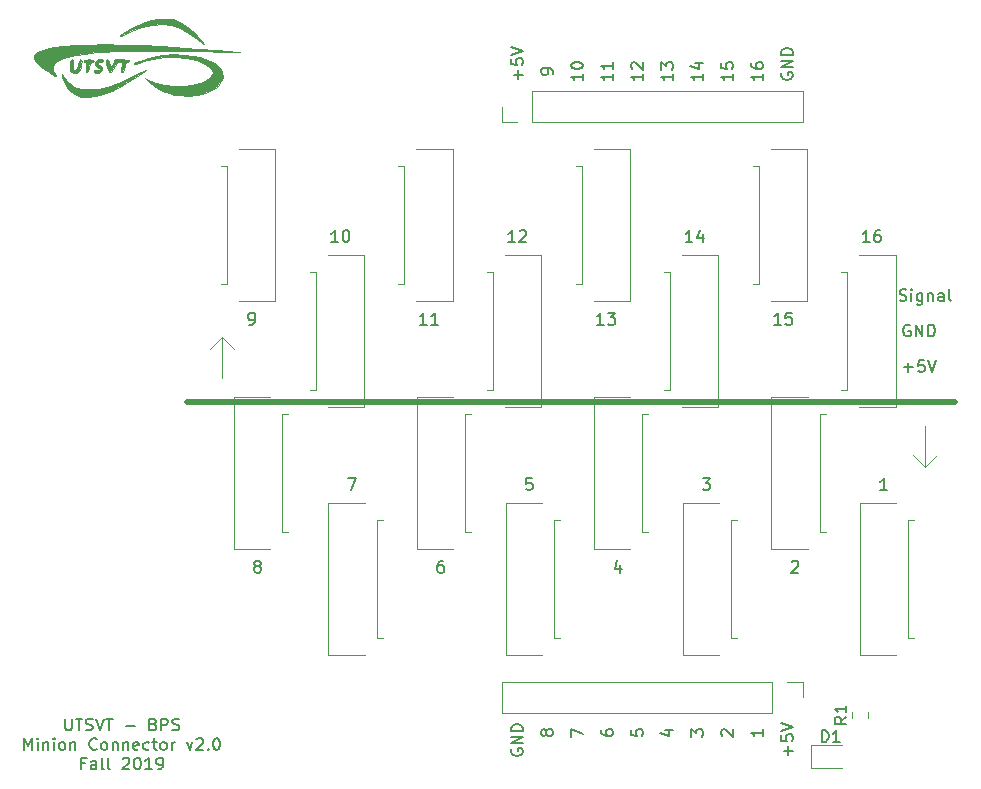
<source format=gbr>
G04 #@! TF.GenerationSoftware,KiCad,Pcbnew,(5.1.4)-1*
G04 #@! TF.CreationDate,2019-10-26T20:51:08-05:00*
G04 #@! TF.ProjectId,BPSMinionConnector,4250534d-696e-4696-9f6e-436f6e6e6563,rev?*
G04 #@! TF.SameCoordinates,Original*
G04 #@! TF.FileFunction,Legend,Top*
G04 #@! TF.FilePolarity,Positive*
%FSLAX46Y46*%
G04 Gerber Fmt 4.6, Leading zero omitted, Abs format (unit mm)*
G04 Created by KiCad (PCBNEW (5.1.4)-1) date 2019-10-26 20:51:08*
%MOMM*%
%LPD*%
G04 APERTURE LIST*
%ADD10C,0.150000*%
%ADD11C,0.120000*%
%ADD12C,0.500000*%
%ADD13C,0.010000*%
G04 APERTURE END LIST*
D10*
X180357142Y-94404761D02*
X180500000Y-94452380D01*
X180738095Y-94452380D01*
X180833333Y-94404761D01*
X180880952Y-94357142D01*
X180928571Y-94261904D01*
X180928571Y-94166666D01*
X180880952Y-94071428D01*
X180833333Y-94023809D01*
X180738095Y-93976190D01*
X180547619Y-93928571D01*
X180452380Y-93880952D01*
X180404761Y-93833333D01*
X180357142Y-93738095D01*
X180357142Y-93642857D01*
X180404761Y-93547619D01*
X180452380Y-93500000D01*
X180547619Y-93452380D01*
X180785714Y-93452380D01*
X180928571Y-93500000D01*
X181357142Y-94452380D02*
X181357142Y-93785714D01*
X181357142Y-93452380D02*
X181309523Y-93500000D01*
X181357142Y-93547619D01*
X181404761Y-93500000D01*
X181357142Y-93452380D01*
X181357142Y-93547619D01*
X182261904Y-93785714D02*
X182261904Y-94595238D01*
X182214285Y-94690476D01*
X182166666Y-94738095D01*
X182071428Y-94785714D01*
X181928571Y-94785714D01*
X181833333Y-94738095D01*
X182261904Y-94404761D02*
X182166666Y-94452380D01*
X181976190Y-94452380D01*
X181880952Y-94404761D01*
X181833333Y-94357142D01*
X181785714Y-94261904D01*
X181785714Y-93976190D01*
X181833333Y-93880952D01*
X181880952Y-93833333D01*
X181976190Y-93785714D01*
X182166666Y-93785714D01*
X182261904Y-93833333D01*
X182738095Y-93785714D02*
X182738095Y-94452380D01*
X182738095Y-93880952D02*
X182785714Y-93833333D01*
X182880952Y-93785714D01*
X183023809Y-93785714D01*
X183119047Y-93833333D01*
X183166666Y-93928571D01*
X183166666Y-94452380D01*
X184071428Y-94452380D02*
X184071428Y-93928571D01*
X184023809Y-93833333D01*
X183928571Y-93785714D01*
X183738095Y-93785714D01*
X183642857Y-93833333D01*
X184071428Y-94404761D02*
X183976190Y-94452380D01*
X183738095Y-94452380D01*
X183642857Y-94404761D01*
X183595238Y-94309523D01*
X183595238Y-94214285D01*
X183642857Y-94119047D01*
X183738095Y-94071428D01*
X183976190Y-94071428D01*
X184071428Y-94023809D01*
X184690476Y-94452380D02*
X184595238Y-94404761D01*
X184547619Y-94309523D01*
X184547619Y-93452380D01*
X181238095Y-96500000D02*
X181142857Y-96452380D01*
X181000000Y-96452380D01*
X180857142Y-96500000D01*
X180761904Y-96595238D01*
X180714285Y-96690476D01*
X180666666Y-96880952D01*
X180666666Y-97023809D01*
X180714285Y-97214285D01*
X180761904Y-97309523D01*
X180857142Y-97404761D01*
X181000000Y-97452380D01*
X181095238Y-97452380D01*
X181238095Y-97404761D01*
X181285714Y-97357142D01*
X181285714Y-97023809D01*
X181095238Y-97023809D01*
X181714285Y-97452380D02*
X181714285Y-96452380D01*
X182285714Y-97452380D01*
X182285714Y-96452380D01*
X182761904Y-97452380D02*
X182761904Y-96452380D01*
X183000000Y-96452380D01*
X183142857Y-96500000D01*
X183238095Y-96595238D01*
X183285714Y-96690476D01*
X183333333Y-96880952D01*
X183333333Y-97023809D01*
X183285714Y-97214285D01*
X183238095Y-97309523D01*
X183142857Y-97404761D01*
X183000000Y-97452380D01*
X182761904Y-97452380D01*
X180714285Y-100071428D02*
X181476190Y-100071428D01*
X181095238Y-100452380D02*
X181095238Y-99690476D01*
X182428571Y-99452380D02*
X181952380Y-99452380D01*
X181904761Y-99928571D01*
X181952380Y-99880952D01*
X182047619Y-99833333D01*
X182285714Y-99833333D01*
X182380952Y-99880952D01*
X182428571Y-99928571D01*
X182476190Y-100023809D01*
X182476190Y-100261904D01*
X182428571Y-100357142D01*
X182380952Y-100404761D01*
X182285714Y-100452380D01*
X182047619Y-100452380D01*
X181952380Y-100404761D01*
X181904761Y-100357142D01*
X182761904Y-99452380D02*
X183095238Y-100452380D01*
X183428571Y-99452380D01*
X125904761Y-116880952D02*
X125809523Y-116833333D01*
X125761904Y-116785714D01*
X125714285Y-116690476D01*
X125714285Y-116642857D01*
X125761904Y-116547619D01*
X125809523Y-116500000D01*
X125904761Y-116452380D01*
X126095238Y-116452380D01*
X126190476Y-116500000D01*
X126238095Y-116547619D01*
X126285714Y-116642857D01*
X126285714Y-116690476D01*
X126238095Y-116785714D01*
X126190476Y-116833333D01*
X126095238Y-116880952D01*
X125904761Y-116880952D01*
X125809523Y-116928571D01*
X125761904Y-116976190D01*
X125714285Y-117071428D01*
X125714285Y-117261904D01*
X125761904Y-117357142D01*
X125809523Y-117404761D01*
X125904761Y-117452380D01*
X126095238Y-117452380D01*
X126190476Y-117404761D01*
X126238095Y-117357142D01*
X126285714Y-117261904D01*
X126285714Y-117071428D01*
X126238095Y-116976190D01*
X126190476Y-116928571D01*
X126095238Y-116880952D01*
X133666666Y-109452380D02*
X134333333Y-109452380D01*
X133904761Y-110452380D01*
X141690476Y-116452380D02*
X141500000Y-116452380D01*
X141404761Y-116500000D01*
X141357142Y-116547619D01*
X141261904Y-116690476D01*
X141214285Y-116880952D01*
X141214285Y-117261904D01*
X141261904Y-117357142D01*
X141309523Y-117404761D01*
X141404761Y-117452380D01*
X141595238Y-117452380D01*
X141690476Y-117404761D01*
X141738095Y-117357142D01*
X141785714Y-117261904D01*
X141785714Y-117023809D01*
X141738095Y-116928571D01*
X141690476Y-116880952D01*
X141595238Y-116833333D01*
X141404761Y-116833333D01*
X141309523Y-116880952D01*
X141261904Y-116928571D01*
X141214285Y-117023809D01*
X149238095Y-109452380D02*
X148761904Y-109452380D01*
X148714285Y-109928571D01*
X148761904Y-109880952D01*
X148857142Y-109833333D01*
X149095238Y-109833333D01*
X149190476Y-109880952D01*
X149238095Y-109928571D01*
X149285714Y-110023809D01*
X149285714Y-110261904D01*
X149238095Y-110357142D01*
X149190476Y-110404761D01*
X149095238Y-110452380D01*
X148857142Y-110452380D01*
X148761904Y-110404761D01*
X148714285Y-110357142D01*
X156690476Y-116785714D02*
X156690476Y-117452380D01*
X156452380Y-116404761D02*
X156214285Y-117119047D01*
X156833333Y-117119047D01*
X163666666Y-109452380D02*
X164285714Y-109452380D01*
X163952380Y-109833333D01*
X164095238Y-109833333D01*
X164190476Y-109880952D01*
X164238095Y-109928571D01*
X164285714Y-110023809D01*
X164285714Y-110261904D01*
X164238095Y-110357142D01*
X164190476Y-110404761D01*
X164095238Y-110452380D01*
X163809523Y-110452380D01*
X163714285Y-110404761D01*
X163666666Y-110357142D01*
X171214285Y-116547619D02*
X171261904Y-116500000D01*
X171357142Y-116452380D01*
X171595238Y-116452380D01*
X171690476Y-116500000D01*
X171738095Y-116547619D01*
X171785714Y-116642857D01*
X171785714Y-116738095D01*
X171738095Y-116880952D01*
X171166666Y-117452380D01*
X171785714Y-117452380D01*
X179285714Y-110452380D02*
X178714285Y-110452380D01*
X179000000Y-110452380D02*
X179000000Y-109452380D01*
X178904761Y-109595238D01*
X178809523Y-109690476D01*
X178714285Y-109738095D01*
X177809523Y-89452380D02*
X177238095Y-89452380D01*
X177523809Y-89452380D02*
X177523809Y-88452380D01*
X177428571Y-88595238D01*
X177333333Y-88690476D01*
X177238095Y-88738095D01*
X178666666Y-88452380D02*
X178476190Y-88452380D01*
X178380952Y-88500000D01*
X178333333Y-88547619D01*
X178238095Y-88690476D01*
X178190476Y-88880952D01*
X178190476Y-89261904D01*
X178238095Y-89357142D01*
X178285714Y-89404761D01*
X178380952Y-89452380D01*
X178571428Y-89452380D01*
X178666666Y-89404761D01*
X178714285Y-89357142D01*
X178761904Y-89261904D01*
X178761904Y-89023809D01*
X178714285Y-88928571D01*
X178666666Y-88880952D01*
X178571428Y-88833333D01*
X178380952Y-88833333D01*
X178285714Y-88880952D01*
X178238095Y-88928571D01*
X178190476Y-89023809D01*
X170309523Y-96452380D02*
X169738095Y-96452380D01*
X170023809Y-96452380D02*
X170023809Y-95452380D01*
X169928571Y-95595238D01*
X169833333Y-95690476D01*
X169738095Y-95738095D01*
X171214285Y-95452380D02*
X170738095Y-95452380D01*
X170690476Y-95928571D01*
X170738095Y-95880952D01*
X170833333Y-95833333D01*
X171071428Y-95833333D01*
X171166666Y-95880952D01*
X171214285Y-95928571D01*
X171261904Y-96023809D01*
X171261904Y-96261904D01*
X171214285Y-96357142D01*
X171166666Y-96404761D01*
X171071428Y-96452380D01*
X170833333Y-96452380D01*
X170738095Y-96404761D01*
X170690476Y-96357142D01*
X162809523Y-89452380D02*
X162238095Y-89452380D01*
X162523809Y-89452380D02*
X162523809Y-88452380D01*
X162428571Y-88595238D01*
X162333333Y-88690476D01*
X162238095Y-88738095D01*
X163666666Y-88785714D02*
X163666666Y-89452380D01*
X163428571Y-88404761D02*
X163190476Y-89119047D01*
X163809523Y-89119047D01*
X155309523Y-96452380D02*
X154738095Y-96452380D01*
X155023809Y-96452380D02*
X155023809Y-95452380D01*
X154928571Y-95595238D01*
X154833333Y-95690476D01*
X154738095Y-95738095D01*
X155642857Y-95452380D02*
X156261904Y-95452380D01*
X155928571Y-95833333D01*
X156071428Y-95833333D01*
X156166666Y-95880952D01*
X156214285Y-95928571D01*
X156261904Y-96023809D01*
X156261904Y-96261904D01*
X156214285Y-96357142D01*
X156166666Y-96404761D01*
X156071428Y-96452380D01*
X155785714Y-96452380D01*
X155690476Y-96404761D01*
X155642857Y-96357142D01*
X147809523Y-89452380D02*
X147238095Y-89452380D01*
X147523809Y-89452380D02*
X147523809Y-88452380D01*
X147428571Y-88595238D01*
X147333333Y-88690476D01*
X147238095Y-88738095D01*
X148190476Y-88547619D02*
X148238095Y-88500000D01*
X148333333Y-88452380D01*
X148571428Y-88452380D01*
X148666666Y-88500000D01*
X148714285Y-88547619D01*
X148761904Y-88642857D01*
X148761904Y-88738095D01*
X148714285Y-88880952D01*
X148142857Y-89452380D01*
X148761904Y-89452380D01*
X140309523Y-96452380D02*
X139738095Y-96452380D01*
X140023809Y-96452380D02*
X140023809Y-95452380D01*
X139928571Y-95595238D01*
X139833333Y-95690476D01*
X139738095Y-95738095D01*
X141261904Y-96452380D02*
X140690476Y-96452380D01*
X140976190Y-96452380D02*
X140976190Y-95452380D01*
X140880952Y-95595238D01*
X140785714Y-95690476D01*
X140690476Y-95738095D01*
X132809523Y-89452380D02*
X132238095Y-89452380D01*
X132523809Y-89452380D02*
X132523809Y-88452380D01*
X132428571Y-88595238D01*
X132333333Y-88690476D01*
X132238095Y-88738095D01*
X133428571Y-88452380D02*
X133523809Y-88452380D01*
X133619047Y-88500000D01*
X133666666Y-88547619D01*
X133714285Y-88642857D01*
X133761904Y-88833333D01*
X133761904Y-89071428D01*
X133714285Y-89261904D01*
X133666666Y-89357142D01*
X133619047Y-89404761D01*
X133523809Y-89452380D01*
X133428571Y-89452380D01*
X133333333Y-89404761D01*
X133285714Y-89357142D01*
X133238095Y-89261904D01*
X133190476Y-89071428D01*
X133190476Y-88833333D01*
X133238095Y-88642857D01*
X133285714Y-88547619D01*
X133333333Y-88500000D01*
X133428571Y-88452380D01*
X125309523Y-96452380D02*
X125500000Y-96452380D01*
X125595238Y-96404761D01*
X125642857Y-96357142D01*
X125738095Y-96214285D01*
X125785714Y-96023809D01*
X125785714Y-95642857D01*
X125738095Y-95547619D01*
X125690476Y-95500000D01*
X125595238Y-95452380D01*
X125404761Y-95452380D01*
X125309523Y-95500000D01*
X125261904Y-95547619D01*
X125214285Y-95642857D01*
X125214285Y-95880952D01*
X125261904Y-95976190D01*
X125309523Y-96023809D01*
X125404761Y-96071428D01*
X125595238Y-96071428D01*
X125690476Y-96023809D01*
X125738095Y-95976190D01*
X125785714Y-95880952D01*
D11*
X182500000Y-108500000D02*
X181500000Y-107500000D01*
X182500000Y-108500000D02*
X183500000Y-107500000D01*
X182500000Y-108500000D02*
X182500000Y-107500000D01*
X182500000Y-105000000D02*
X182500000Y-108000000D01*
X123000000Y-97500000D02*
X124000000Y-98500000D01*
X123000000Y-97500000D02*
X122000000Y-98500000D01*
X123000000Y-101000000D02*
X123000000Y-97500000D01*
D10*
X109690476Y-129802380D02*
X109690476Y-130611904D01*
X109738095Y-130707142D01*
X109785714Y-130754761D01*
X109880952Y-130802380D01*
X110071428Y-130802380D01*
X110166666Y-130754761D01*
X110214285Y-130707142D01*
X110261904Y-130611904D01*
X110261904Y-129802380D01*
X110595238Y-129802380D02*
X111166666Y-129802380D01*
X110880952Y-130802380D02*
X110880952Y-129802380D01*
X111452380Y-130754761D02*
X111595238Y-130802380D01*
X111833333Y-130802380D01*
X111928571Y-130754761D01*
X111976190Y-130707142D01*
X112023809Y-130611904D01*
X112023809Y-130516666D01*
X111976190Y-130421428D01*
X111928571Y-130373809D01*
X111833333Y-130326190D01*
X111642857Y-130278571D01*
X111547619Y-130230952D01*
X111500000Y-130183333D01*
X111452380Y-130088095D01*
X111452380Y-129992857D01*
X111500000Y-129897619D01*
X111547619Y-129850000D01*
X111642857Y-129802380D01*
X111880952Y-129802380D01*
X112023809Y-129850000D01*
X112309523Y-129802380D02*
X112642857Y-130802380D01*
X112976190Y-129802380D01*
X113166666Y-129802380D02*
X113738095Y-129802380D01*
X113452380Y-130802380D02*
X113452380Y-129802380D01*
X114833333Y-130421428D02*
X115595238Y-130421428D01*
X117166666Y-130278571D02*
X117309523Y-130326190D01*
X117357142Y-130373809D01*
X117404761Y-130469047D01*
X117404761Y-130611904D01*
X117357142Y-130707142D01*
X117309523Y-130754761D01*
X117214285Y-130802380D01*
X116833333Y-130802380D01*
X116833333Y-129802380D01*
X117166666Y-129802380D01*
X117261904Y-129850000D01*
X117309523Y-129897619D01*
X117357142Y-129992857D01*
X117357142Y-130088095D01*
X117309523Y-130183333D01*
X117261904Y-130230952D01*
X117166666Y-130278571D01*
X116833333Y-130278571D01*
X117833333Y-130802380D02*
X117833333Y-129802380D01*
X118214285Y-129802380D01*
X118309523Y-129850000D01*
X118357142Y-129897619D01*
X118404761Y-129992857D01*
X118404761Y-130135714D01*
X118357142Y-130230952D01*
X118309523Y-130278571D01*
X118214285Y-130326190D01*
X117833333Y-130326190D01*
X118785714Y-130754761D02*
X118928571Y-130802380D01*
X119166666Y-130802380D01*
X119261904Y-130754761D01*
X119309523Y-130707142D01*
X119357142Y-130611904D01*
X119357142Y-130516666D01*
X119309523Y-130421428D01*
X119261904Y-130373809D01*
X119166666Y-130326190D01*
X118976190Y-130278571D01*
X118880952Y-130230952D01*
X118833333Y-130183333D01*
X118785714Y-130088095D01*
X118785714Y-129992857D01*
X118833333Y-129897619D01*
X118880952Y-129850000D01*
X118976190Y-129802380D01*
X119214285Y-129802380D01*
X119357142Y-129850000D01*
X106238095Y-132452380D02*
X106238095Y-131452380D01*
X106571428Y-132166666D01*
X106904761Y-131452380D01*
X106904761Y-132452380D01*
X107380952Y-132452380D02*
X107380952Y-131785714D01*
X107380952Y-131452380D02*
X107333333Y-131500000D01*
X107380952Y-131547619D01*
X107428571Y-131500000D01*
X107380952Y-131452380D01*
X107380952Y-131547619D01*
X107857142Y-131785714D02*
X107857142Y-132452380D01*
X107857142Y-131880952D02*
X107904761Y-131833333D01*
X108000000Y-131785714D01*
X108142857Y-131785714D01*
X108238095Y-131833333D01*
X108285714Y-131928571D01*
X108285714Y-132452380D01*
X108761904Y-132452380D02*
X108761904Y-131785714D01*
X108761904Y-131452380D02*
X108714285Y-131500000D01*
X108761904Y-131547619D01*
X108809523Y-131500000D01*
X108761904Y-131452380D01*
X108761904Y-131547619D01*
X109380952Y-132452380D02*
X109285714Y-132404761D01*
X109238095Y-132357142D01*
X109190476Y-132261904D01*
X109190476Y-131976190D01*
X109238095Y-131880952D01*
X109285714Y-131833333D01*
X109380952Y-131785714D01*
X109523809Y-131785714D01*
X109619047Y-131833333D01*
X109666666Y-131880952D01*
X109714285Y-131976190D01*
X109714285Y-132261904D01*
X109666666Y-132357142D01*
X109619047Y-132404761D01*
X109523809Y-132452380D01*
X109380952Y-132452380D01*
X110142857Y-131785714D02*
X110142857Y-132452380D01*
X110142857Y-131880952D02*
X110190476Y-131833333D01*
X110285714Y-131785714D01*
X110428571Y-131785714D01*
X110523809Y-131833333D01*
X110571428Y-131928571D01*
X110571428Y-132452380D01*
X112380952Y-132357142D02*
X112333333Y-132404761D01*
X112190476Y-132452380D01*
X112095238Y-132452380D01*
X111952380Y-132404761D01*
X111857142Y-132309523D01*
X111809523Y-132214285D01*
X111761904Y-132023809D01*
X111761904Y-131880952D01*
X111809523Y-131690476D01*
X111857142Y-131595238D01*
X111952380Y-131500000D01*
X112095238Y-131452380D01*
X112190476Y-131452380D01*
X112333333Y-131500000D01*
X112380952Y-131547619D01*
X112952380Y-132452380D02*
X112857142Y-132404761D01*
X112809523Y-132357142D01*
X112761904Y-132261904D01*
X112761904Y-131976190D01*
X112809523Y-131880952D01*
X112857142Y-131833333D01*
X112952380Y-131785714D01*
X113095238Y-131785714D01*
X113190476Y-131833333D01*
X113238095Y-131880952D01*
X113285714Y-131976190D01*
X113285714Y-132261904D01*
X113238095Y-132357142D01*
X113190476Y-132404761D01*
X113095238Y-132452380D01*
X112952380Y-132452380D01*
X113714285Y-131785714D02*
X113714285Y-132452380D01*
X113714285Y-131880952D02*
X113761904Y-131833333D01*
X113857142Y-131785714D01*
X114000000Y-131785714D01*
X114095238Y-131833333D01*
X114142857Y-131928571D01*
X114142857Y-132452380D01*
X114619047Y-131785714D02*
X114619047Y-132452380D01*
X114619047Y-131880952D02*
X114666666Y-131833333D01*
X114761904Y-131785714D01*
X114904761Y-131785714D01*
X115000000Y-131833333D01*
X115047619Y-131928571D01*
X115047619Y-132452380D01*
X115904761Y-132404761D02*
X115809523Y-132452380D01*
X115619047Y-132452380D01*
X115523809Y-132404761D01*
X115476190Y-132309523D01*
X115476190Y-131928571D01*
X115523809Y-131833333D01*
X115619047Y-131785714D01*
X115809523Y-131785714D01*
X115904761Y-131833333D01*
X115952380Y-131928571D01*
X115952380Y-132023809D01*
X115476190Y-132119047D01*
X116809523Y-132404761D02*
X116714285Y-132452380D01*
X116523809Y-132452380D01*
X116428571Y-132404761D01*
X116380952Y-132357142D01*
X116333333Y-132261904D01*
X116333333Y-131976190D01*
X116380952Y-131880952D01*
X116428571Y-131833333D01*
X116523809Y-131785714D01*
X116714285Y-131785714D01*
X116809523Y-131833333D01*
X117095238Y-131785714D02*
X117476190Y-131785714D01*
X117238095Y-131452380D02*
X117238095Y-132309523D01*
X117285714Y-132404761D01*
X117380952Y-132452380D01*
X117476190Y-132452380D01*
X117952380Y-132452380D02*
X117857142Y-132404761D01*
X117809523Y-132357142D01*
X117761904Y-132261904D01*
X117761904Y-131976190D01*
X117809523Y-131880952D01*
X117857142Y-131833333D01*
X117952380Y-131785714D01*
X118095238Y-131785714D01*
X118190476Y-131833333D01*
X118238095Y-131880952D01*
X118285714Y-131976190D01*
X118285714Y-132261904D01*
X118238095Y-132357142D01*
X118190476Y-132404761D01*
X118095238Y-132452380D01*
X117952380Y-132452380D01*
X118714285Y-132452380D02*
X118714285Y-131785714D01*
X118714285Y-131976190D02*
X118761904Y-131880952D01*
X118809523Y-131833333D01*
X118904761Y-131785714D01*
X119000000Y-131785714D01*
X120000000Y-131785714D02*
X120238095Y-132452380D01*
X120476190Y-131785714D01*
X120809523Y-131547619D02*
X120857142Y-131500000D01*
X120952380Y-131452380D01*
X121190476Y-131452380D01*
X121285714Y-131500000D01*
X121333333Y-131547619D01*
X121380952Y-131642857D01*
X121380952Y-131738095D01*
X121333333Y-131880952D01*
X120761904Y-132452380D01*
X121380952Y-132452380D01*
X121809523Y-132357142D02*
X121857142Y-132404761D01*
X121809523Y-132452380D01*
X121761904Y-132404761D01*
X121809523Y-132357142D01*
X121809523Y-132452380D01*
X122476190Y-131452380D02*
X122571428Y-131452380D01*
X122666666Y-131500000D01*
X122714285Y-131547619D01*
X122761904Y-131642857D01*
X122809523Y-131833333D01*
X122809523Y-132071428D01*
X122761904Y-132261904D01*
X122714285Y-132357142D01*
X122666666Y-132404761D01*
X122571428Y-132452380D01*
X122476190Y-132452380D01*
X122380952Y-132404761D01*
X122333333Y-132357142D01*
X122285714Y-132261904D01*
X122238095Y-132071428D01*
X122238095Y-131833333D01*
X122285714Y-131642857D01*
X122333333Y-131547619D01*
X122380952Y-131500000D01*
X122476190Y-131452380D01*
X111380952Y-133578571D02*
X111047619Y-133578571D01*
X111047619Y-134102380D02*
X111047619Y-133102380D01*
X111523809Y-133102380D01*
X112333333Y-134102380D02*
X112333333Y-133578571D01*
X112285714Y-133483333D01*
X112190476Y-133435714D01*
X112000000Y-133435714D01*
X111904761Y-133483333D01*
X112333333Y-134054761D02*
X112238095Y-134102380D01*
X112000000Y-134102380D01*
X111904761Y-134054761D01*
X111857142Y-133959523D01*
X111857142Y-133864285D01*
X111904761Y-133769047D01*
X112000000Y-133721428D01*
X112238095Y-133721428D01*
X112333333Y-133673809D01*
X112952380Y-134102380D02*
X112857142Y-134054761D01*
X112809523Y-133959523D01*
X112809523Y-133102380D01*
X113476190Y-134102380D02*
X113380952Y-134054761D01*
X113333333Y-133959523D01*
X113333333Y-133102380D01*
X114571428Y-133197619D02*
X114619047Y-133150000D01*
X114714285Y-133102380D01*
X114952380Y-133102380D01*
X115047619Y-133150000D01*
X115095238Y-133197619D01*
X115142857Y-133292857D01*
X115142857Y-133388095D01*
X115095238Y-133530952D01*
X114523809Y-134102380D01*
X115142857Y-134102380D01*
X115761904Y-133102380D02*
X115857142Y-133102380D01*
X115952380Y-133150000D01*
X116000000Y-133197619D01*
X116047619Y-133292857D01*
X116095238Y-133483333D01*
X116095238Y-133721428D01*
X116047619Y-133911904D01*
X116000000Y-134007142D01*
X115952380Y-134054761D01*
X115857142Y-134102380D01*
X115761904Y-134102380D01*
X115666666Y-134054761D01*
X115619047Y-134007142D01*
X115571428Y-133911904D01*
X115523809Y-133721428D01*
X115523809Y-133483333D01*
X115571428Y-133292857D01*
X115619047Y-133197619D01*
X115666666Y-133150000D01*
X115761904Y-133102380D01*
X117047619Y-134102380D02*
X116476190Y-134102380D01*
X116761904Y-134102380D02*
X116761904Y-133102380D01*
X116666666Y-133245238D01*
X116571428Y-133340476D01*
X116476190Y-133388095D01*
X117523809Y-134102380D02*
X117714285Y-134102380D01*
X117809523Y-134054761D01*
X117857142Y-134007142D01*
X117952380Y-133864285D01*
X118000000Y-133673809D01*
X118000000Y-133292857D01*
X117952380Y-133197619D01*
X117904761Y-133150000D01*
X117809523Y-133102380D01*
X117619047Y-133102380D01*
X117523809Y-133150000D01*
X117476190Y-133197619D01*
X117428571Y-133292857D01*
X117428571Y-133530952D01*
X117476190Y-133626190D01*
X117523809Y-133673809D01*
X117619047Y-133721428D01*
X117809523Y-133721428D01*
X117904761Y-133673809D01*
X117952380Y-133626190D01*
X118000000Y-133530952D01*
X150420952Y-131095238D02*
X150373333Y-131190476D01*
X150325714Y-131238095D01*
X150230476Y-131285714D01*
X150182857Y-131285714D01*
X150087619Y-131238095D01*
X150040000Y-131190476D01*
X149992380Y-131095238D01*
X149992380Y-130904761D01*
X150040000Y-130809523D01*
X150087619Y-130761904D01*
X150182857Y-130714285D01*
X150230476Y-130714285D01*
X150325714Y-130761904D01*
X150373333Y-130809523D01*
X150420952Y-130904761D01*
X150420952Y-131095238D01*
X150468571Y-131190476D01*
X150516190Y-131238095D01*
X150611428Y-131285714D01*
X150801904Y-131285714D01*
X150897142Y-131238095D01*
X150944761Y-131190476D01*
X150992380Y-131095238D01*
X150992380Y-130904761D01*
X150944761Y-130809523D01*
X150897142Y-130761904D01*
X150801904Y-130714285D01*
X150611428Y-130714285D01*
X150516190Y-130761904D01*
X150468571Y-130809523D01*
X150420952Y-130904761D01*
X152532380Y-131333333D02*
X152532380Y-130666666D01*
X153532380Y-131095238D01*
X155072380Y-130809523D02*
X155072380Y-131000000D01*
X155120000Y-131095238D01*
X155167619Y-131142857D01*
X155310476Y-131238095D01*
X155500952Y-131285714D01*
X155881904Y-131285714D01*
X155977142Y-131238095D01*
X156024761Y-131190476D01*
X156072380Y-131095238D01*
X156072380Y-130904761D01*
X156024761Y-130809523D01*
X155977142Y-130761904D01*
X155881904Y-130714285D01*
X155643809Y-130714285D01*
X155548571Y-130761904D01*
X155500952Y-130809523D01*
X155453333Y-130904761D01*
X155453333Y-131095238D01*
X155500952Y-131190476D01*
X155548571Y-131238095D01*
X155643809Y-131285714D01*
X157612380Y-130761904D02*
X157612380Y-131238095D01*
X158088571Y-131285714D01*
X158040952Y-131238095D01*
X157993333Y-131142857D01*
X157993333Y-130904761D01*
X158040952Y-130809523D01*
X158088571Y-130761904D01*
X158183809Y-130714285D01*
X158421904Y-130714285D01*
X158517142Y-130761904D01*
X158564761Y-130809523D01*
X158612380Y-130904761D01*
X158612380Y-131142857D01*
X158564761Y-131238095D01*
X158517142Y-131285714D01*
X160485714Y-130809523D02*
X161152380Y-130809523D01*
X160104761Y-131047619D02*
X160819047Y-131285714D01*
X160819047Y-130666666D01*
X162692380Y-131333333D02*
X162692380Y-130714285D01*
X163073333Y-131047619D01*
X163073333Y-130904761D01*
X163120952Y-130809523D01*
X163168571Y-130761904D01*
X163263809Y-130714285D01*
X163501904Y-130714285D01*
X163597142Y-130761904D01*
X163644761Y-130809523D01*
X163692380Y-130904761D01*
X163692380Y-131190476D01*
X163644761Y-131285714D01*
X163597142Y-131333333D01*
X165327619Y-131285714D02*
X165280000Y-131238095D01*
X165232380Y-131142857D01*
X165232380Y-130904761D01*
X165280000Y-130809523D01*
X165327619Y-130761904D01*
X165422857Y-130714285D01*
X165518095Y-130714285D01*
X165660952Y-130761904D01*
X166232380Y-131333333D01*
X166232380Y-130714285D01*
X168772380Y-130714285D02*
X168772380Y-131285714D01*
X168772380Y-131000000D02*
X167772380Y-131000000D01*
X167915238Y-131095238D01*
X168010476Y-131190476D01*
X168058095Y-131285714D01*
X147500000Y-132383214D02*
X147452380Y-132478452D01*
X147452380Y-132621309D01*
X147500000Y-132764166D01*
X147595238Y-132859404D01*
X147690476Y-132907023D01*
X147880952Y-132954642D01*
X148023809Y-132954642D01*
X148214285Y-132907023D01*
X148309523Y-132859404D01*
X148404761Y-132764166D01*
X148452380Y-132621309D01*
X148452380Y-132526071D01*
X148404761Y-132383214D01*
X148357142Y-132335595D01*
X148023809Y-132335595D01*
X148023809Y-132526071D01*
X148452380Y-131907023D02*
X147452380Y-131907023D01*
X148452380Y-131335595D01*
X147452380Y-131335595D01*
X148452380Y-130859404D02*
X147452380Y-130859404D01*
X147452380Y-130621309D01*
X147500000Y-130478452D01*
X147595238Y-130383214D01*
X147690476Y-130335595D01*
X147880952Y-130287976D01*
X148023809Y-130287976D01*
X148214285Y-130335595D01*
X148309523Y-130383214D01*
X148404761Y-130478452D01*
X148452380Y-130621309D01*
X148452380Y-130859404D01*
X170931428Y-132907023D02*
X170931428Y-132145119D01*
X171312380Y-132526071D02*
X170550476Y-132526071D01*
X170312380Y-131192738D02*
X170312380Y-131668928D01*
X170788571Y-131716547D01*
X170740952Y-131668928D01*
X170693333Y-131573690D01*
X170693333Y-131335595D01*
X170740952Y-131240357D01*
X170788571Y-131192738D01*
X170883809Y-131145119D01*
X171121904Y-131145119D01*
X171217142Y-131192738D01*
X171264761Y-131240357D01*
X171312380Y-131335595D01*
X171312380Y-131573690D01*
X171264761Y-131668928D01*
X171217142Y-131716547D01*
X170312380Y-130859404D02*
X171312380Y-130526071D01*
X170312380Y-130192738D01*
X170360000Y-75140595D02*
X170312380Y-75235833D01*
X170312380Y-75378690D01*
X170360000Y-75521547D01*
X170455238Y-75616785D01*
X170550476Y-75664404D01*
X170740952Y-75712023D01*
X170883809Y-75712023D01*
X171074285Y-75664404D01*
X171169523Y-75616785D01*
X171264761Y-75521547D01*
X171312380Y-75378690D01*
X171312380Y-75283452D01*
X171264761Y-75140595D01*
X171217142Y-75092976D01*
X170883809Y-75092976D01*
X170883809Y-75283452D01*
X171312380Y-74664404D02*
X170312380Y-74664404D01*
X171312380Y-74092976D01*
X170312380Y-74092976D01*
X171312380Y-73616785D02*
X170312380Y-73616785D01*
X170312380Y-73378690D01*
X170360000Y-73235833D01*
X170455238Y-73140595D01*
X170550476Y-73092976D01*
X170740952Y-73045357D01*
X170883809Y-73045357D01*
X171074285Y-73092976D01*
X171169523Y-73140595D01*
X171264761Y-73235833D01*
X171312380Y-73378690D01*
X171312380Y-73616785D01*
X168772380Y-75190476D02*
X168772380Y-75761904D01*
X168772380Y-75476190D02*
X167772380Y-75476190D01*
X167915238Y-75571428D01*
X168010476Y-75666666D01*
X168058095Y-75761904D01*
X167772380Y-74333333D02*
X167772380Y-74523809D01*
X167820000Y-74619047D01*
X167867619Y-74666666D01*
X168010476Y-74761904D01*
X168200952Y-74809523D01*
X168581904Y-74809523D01*
X168677142Y-74761904D01*
X168724761Y-74714285D01*
X168772380Y-74619047D01*
X168772380Y-74428571D01*
X168724761Y-74333333D01*
X168677142Y-74285714D01*
X168581904Y-74238095D01*
X168343809Y-74238095D01*
X168248571Y-74285714D01*
X168200952Y-74333333D01*
X168153333Y-74428571D01*
X168153333Y-74619047D01*
X168200952Y-74714285D01*
X168248571Y-74761904D01*
X168343809Y-74809523D01*
X166232380Y-75190476D02*
X166232380Y-75761904D01*
X166232380Y-75476190D02*
X165232380Y-75476190D01*
X165375238Y-75571428D01*
X165470476Y-75666666D01*
X165518095Y-75761904D01*
X165232380Y-74285714D02*
X165232380Y-74761904D01*
X165708571Y-74809523D01*
X165660952Y-74761904D01*
X165613333Y-74666666D01*
X165613333Y-74428571D01*
X165660952Y-74333333D01*
X165708571Y-74285714D01*
X165803809Y-74238095D01*
X166041904Y-74238095D01*
X166137142Y-74285714D01*
X166184761Y-74333333D01*
X166232380Y-74428571D01*
X166232380Y-74666666D01*
X166184761Y-74761904D01*
X166137142Y-74809523D01*
X163692380Y-75190476D02*
X163692380Y-75761904D01*
X163692380Y-75476190D02*
X162692380Y-75476190D01*
X162835238Y-75571428D01*
X162930476Y-75666666D01*
X162978095Y-75761904D01*
X163025714Y-74333333D02*
X163692380Y-74333333D01*
X162644761Y-74571428D02*
X163359047Y-74809523D01*
X163359047Y-74190476D01*
X161152380Y-75190476D02*
X161152380Y-75761904D01*
X161152380Y-75476190D02*
X160152380Y-75476190D01*
X160295238Y-75571428D01*
X160390476Y-75666666D01*
X160438095Y-75761904D01*
X160152380Y-74857142D02*
X160152380Y-74238095D01*
X160533333Y-74571428D01*
X160533333Y-74428571D01*
X160580952Y-74333333D01*
X160628571Y-74285714D01*
X160723809Y-74238095D01*
X160961904Y-74238095D01*
X161057142Y-74285714D01*
X161104761Y-74333333D01*
X161152380Y-74428571D01*
X161152380Y-74714285D01*
X161104761Y-74809523D01*
X161057142Y-74857142D01*
X158612380Y-75190476D02*
X158612380Y-75761904D01*
X158612380Y-75476190D02*
X157612380Y-75476190D01*
X157755238Y-75571428D01*
X157850476Y-75666666D01*
X157898095Y-75761904D01*
X157707619Y-74809523D02*
X157660000Y-74761904D01*
X157612380Y-74666666D01*
X157612380Y-74428571D01*
X157660000Y-74333333D01*
X157707619Y-74285714D01*
X157802857Y-74238095D01*
X157898095Y-74238095D01*
X158040952Y-74285714D01*
X158612380Y-74857142D01*
X158612380Y-74238095D01*
X156072380Y-75190476D02*
X156072380Y-75761904D01*
X156072380Y-75476190D02*
X155072380Y-75476190D01*
X155215238Y-75571428D01*
X155310476Y-75666666D01*
X155358095Y-75761904D01*
X156072380Y-74238095D02*
X156072380Y-74809523D01*
X156072380Y-74523809D02*
X155072380Y-74523809D01*
X155215238Y-74619047D01*
X155310476Y-74714285D01*
X155358095Y-74809523D01*
X153532380Y-75190476D02*
X153532380Y-75761904D01*
X153532380Y-75476190D02*
X152532380Y-75476190D01*
X152675238Y-75571428D01*
X152770476Y-75666666D01*
X152818095Y-75761904D01*
X152532380Y-74571428D02*
X152532380Y-74476190D01*
X152580000Y-74380952D01*
X152627619Y-74333333D01*
X152722857Y-74285714D01*
X152913333Y-74238095D01*
X153151428Y-74238095D01*
X153341904Y-74285714D01*
X153437142Y-74333333D01*
X153484761Y-74380952D01*
X153532380Y-74476190D01*
X153532380Y-74571428D01*
X153484761Y-74666666D01*
X153437142Y-74714285D01*
X153341904Y-74761904D01*
X153151428Y-74809523D01*
X152913333Y-74809523D01*
X152722857Y-74761904D01*
X152627619Y-74714285D01*
X152580000Y-74666666D01*
X152532380Y-74571428D01*
X150992380Y-75190476D02*
X150992380Y-75000000D01*
X150944761Y-74904761D01*
X150897142Y-74857142D01*
X150754285Y-74761904D01*
X150563809Y-74714285D01*
X150182857Y-74714285D01*
X150087619Y-74761904D01*
X150040000Y-74809523D01*
X149992380Y-74904761D01*
X149992380Y-75095238D01*
X150040000Y-75190476D01*
X150087619Y-75238095D01*
X150182857Y-75285714D01*
X150420952Y-75285714D01*
X150516190Y-75238095D01*
X150563809Y-75190476D01*
X150611428Y-75095238D01*
X150611428Y-74904761D01*
X150563809Y-74809523D01*
X150516190Y-74761904D01*
X150420952Y-74714285D01*
X148071428Y-75664404D02*
X148071428Y-74902500D01*
X148452380Y-75283452D02*
X147690476Y-75283452D01*
X147452380Y-73950119D02*
X147452380Y-74426309D01*
X147928571Y-74473928D01*
X147880952Y-74426309D01*
X147833333Y-74331071D01*
X147833333Y-74092976D01*
X147880952Y-73997738D01*
X147928571Y-73950119D01*
X148023809Y-73902500D01*
X148261904Y-73902500D01*
X148357142Y-73950119D01*
X148404761Y-73997738D01*
X148452380Y-74092976D01*
X148452380Y-74331071D01*
X148404761Y-74426309D01*
X148357142Y-74473928D01*
X147452380Y-73616785D02*
X148452380Y-73283452D01*
X147452380Y-72950119D01*
D12*
X185000000Y-103000000D02*
X120000000Y-103000000D01*
D11*
X127065000Y-102565000D02*
X123990000Y-102565000D01*
X123990000Y-102565000D02*
X123990000Y-115435000D01*
X123990000Y-115435000D02*
X127065000Y-115435000D01*
X128580000Y-104005000D02*
X128580000Y-103985000D01*
X128580000Y-103985000D02*
X128080000Y-103985000D01*
X128080000Y-103985000D02*
X128080000Y-114015000D01*
X128080000Y-114015000D02*
X128580000Y-114015000D01*
X128580000Y-114015000D02*
X128580000Y-113995000D01*
D13*
G36*
X118775022Y-70617039D02*
G01*
X119082668Y-70699318D01*
X119709242Y-70973482D01*
X120313510Y-71393275D01*
X120862345Y-71935341D01*
X120901770Y-71981975D01*
X121114432Y-72247321D01*
X121284812Y-72479225D01*
X121392543Y-72647853D01*
X121417260Y-72723370D01*
X121408479Y-72724302D01*
X121337298Y-72670987D01*
X121168916Y-72534039D01*
X120935169Y-72339479D01*
X120849559Y-72267442D01*
X120137133Y-71738873D01*
X119419895Y-71358433D01*
X118683426Y-71124838D01*
X117913309Y-71036807D01*
X117095127Y-71093057D01*
X116214463Y-71292308D01*
X115256897Y-71633276D01*
X114990314Y-71746400D01*
X114621517Y-71901373D01*
X114396415Y-71982557D01*
X114308855Y-71995023D01*
X114352683Y-71943842D01*
X114521746Y-71834085D01*
X114809890Y-71670824D01*
X115210962Y-71459130D01*
X115542334Y-71291458D01*
X116321464Y-70934603D01*
X117007658Y-70693189D01*
X117627555Y-70562760D01*
X118207797Y-70538863D01*
X118775022Y-70617039D01*
X118775022Y-70617039D01*
G37*
X118775022Y-70617039D02*
X119082668Y-70699318D01*
X119709242Y-70973482D01*
X120313510Y-71393275D01*
X120862345Y-71935341D01*
X120901770Y-71981975D01*
X121114432Y-72247321D01*
X121284812Y-72479225D01*
X121392543Y-72647853D01*
X121417260Y-72723370D01*
X121408479Y-72724302D01*
X121337298Y-72670987D01*
X121168916Y-72534039D01*
X120935169Y-72339479D01*
X120849559Y-72267442D01*
X120137133Y-71738873D01*
X119419895Y-71358433D01*
X118683426Y-71124838D01*
X117913309Y-71036807D01*
X117095127Y-71093057D01*
X116214463Y-71292308D01*
X115256897Y-71633276D01*
X114990314Y-71746400D01*
X114621517Y-71901373D01*
X114396415Y-71982557D01*
X114308855Y-71995023D01*
X114352683Y-71943842D01*
X114521746Y-71834085D01*
X114809890Y-71670824D01*
X115210962Y-71459130D01*
X115542334Y-71291458D01*
X116321464Y-70934603D01*
X117007658Y-70693189D01*
X117627555Y-70562760D01*
X118207797Y-70538863D01*
X118775022Y-70617039D01*
G36*
X114888000Y-74008171D02*
G01*
X115078544Y-74035224D01*
X115142975Y-74084973D01*
X115140591Y-74105834D01*
X115037889Y-74201847D01*
X114921868Y-74238722D01*
X114778364Y-74310816D01*
X114736844Y-74492722D01*
X114707513Y-74807587D01*
X114631073Y-75021292D01*
X114519432Y-75100663D01*
X114518575Y-75100667D01*
X114458213Y-75075620D01*
X114436959Y-74980418D01*
X114455037Y-74784973D01*
X114512673Y-74459193D01*
X114523775Y-74402167D01*
X114491544Y-74277742D01*
X114398463Y-74254000D01*
X114252358Y-74208815D01*
X114212284Y-74158517D01*
X114161169Y-74178527D01*
X114056145Y-74320276D01*
X113918902Y-74553984D01*
X113903930Y-74581851D01*
X113750318Y-74840806D01*
X113610268Y-75026760D01*
X113513380Y-75100593D01*
X113511376Y-75100667D01*
X113421830Y-75023915D01*
X113321428Y-74819296D01*
X113262341Y-74643136D01*
X113173659Y-74320851D01*
X113138360Y-74127502D01*
X113156067Y-74031449D01*
X113226406Y-74001054D01*
X113254720Y-74000000D01*
X113361642Y-74072943D01*
X113431125Y-74232834D01*
X113497921Y-74502998D01*
X113557097Y-74614036D01*
X113628480Y-74573914D01*
X113731897Y-74390599D01*
X113747167Y-74359834D01*
X113924694Y-74000000D01*
X114550069Y-74000000D01*
X114888000Y-74008171D01*
X114888000Y-74008171D01*
G37*
X114888000Y-74008171D02*
X115078544Y-74035224D01*
X115142975Y-74084973D01*
X115140591Y-74105834D01*
X115037889Y-74201847D01*
X114921868Y-74238722D01*
X114778364Y-74310816D01*
X114736844Y-74492722D01*
X114707513Y-74807587D01*
X114631073Y-75021292D01*
X114519432Y-75100663D01*
X114518575Y-75100667D01*
X114458213Y-75075620D01*
X114436959Y-74980418D01*
X114455037Y-74784973D01*
X114512673Y-74459193D01*
X114523775Y-74402167D01*
X114491544Y-74277742D01*
X114398463Y-74254000D01*
X114252358Y-74208815D01*
X114212284Y-74158517D01*
X114161169Y-74178527D01*
X114056145Y-74320276D01*
X113918902Y-74553984D01*
X113903930Y-74581851D01*
X113750318Y-74840806D01*
X113610268Y-75026760D01*
X113513380Y-75100593D01*
X113511376Y-75100667D01*
X113421830Y-75023915D01*
X113321428Y-74819296D01*
X113262341Y-74643136D01*
X113173659Y-74320851D01*
X113138360Y-74127502D01*
X113156067Y-74031449D01*
X113226406Y-74001054D01*
X113254720Y-74000000D01*
X113361642Y-74072943D01*
X113431125Y-74232834D01*
X113497921Y-74502998D01*
X113557097Y-74614036D01*
X113628480Y-74573914D01*
X113731897Y-74390599D01*
X113747167Y-74359834D01*
X113924694Y-74000000D01*
X114550069Y-74000000D01*
X114888000Y-74008171D01*
G36*
X111956219Y-74013596D02*
G01*
X112086244Y-74060668D01*
X112113334Y-74127000D01*
X112043050Y-74230509D01*
X111946916Y-74254000D01*
X111841195Y-74285175D01*
X111774996Y-74404676D01*
X111727834Y-74651465D01*
X111724342Y-74677334D01*
X111664866Y-74963175D01*
X111581182Y-75091210D01*
X111544148Y-75100667D01*
X111473253Y-75068698D01*
X111452093Y-74948218D01*
X111474936Y-74702366D01*
X111478334Y-74677334D01*
X111504950Y-74423201D01*
X111489181Y-74295507D01*
X111423926Y-74255076D01*
X111401612Y-74254000D01*
X111284343Y-74189644D01*
X111266667Y-74127000D01*
X111311986Y-74047135D01*
X111468894Y-74008127D01*
X111690000Y-74000000D01*
X111956219Y-74013596D01*
X111956219Y-74013596D01*
G37*
X111956219Y-74013596D02*
X112086244Y-74060668D01*
X112113334Y-74127000D01*
X112043050Y-74230509D01*
X111946916Y-74254000D01*
X111841195Y-74285175D01*
X111774996Y-74404676D01*
X111727834Y-74651465D01*
X111724342Y-74677334D01*
X111664866Y-74963175D01*
X111581182Y-75091210D01*
X111544148Y-75100667D01*
X111473253Y-75068698D01*
X111452093Y-74948218D01*
X111474936Y-74702366D01*
X111478334Y-74677334D01*
X111504950Y-74423201D01*
X111489181Y-74295507D01*
X111423926Y-74255076D01*
X111401612Y-74254000D01*
X111284343Y-74189644D01*
X111266667Y-74127000D01*
X111311986Y-74047135D01*
X111468894Y-74008127D01*
X111690000Y-74000000D01*
X111956219Y-74013596D01*
G36*
X112917135Y-74043696D02*
G01*
X112938412Y-74105834D01*
X112835971Y-74188619D01*
X112706000Y-74211667D01*
X112523919Y-74251982D01*
X112489271Y-74348427D01*
X112607901Y-74464247D01*
X112661474Y-74491596D01*
X112835609Y-74639319D01*
X112860343Y-74828490D01*
X112733769Y-75017372D01*
X112687161Y-75053533D01*
X112476083Y-75167544D01*
X112304919Y-75159270D01*
X112208320Y-75108836D01*
X112127683Y-75007447D01*
X112182926Y-74927410D01*
X112340992Y-74901665D01*
X112407646Y-74910225D01*
X112575718Y-74900631D01*
X112621882Y-74815169D01*
X112542230Y-74699420D01*
X112431328Y-74633910D01*
X112255049Y-74484940D01*
X112212433Y-74284311D01*
X112286042Y-74122933D01*
X112414838Y-74044772D01*
X112601927Y-74004491D01*
X112788847Y-74003621D01*
X112917135Y-74043696D01*
X112917135Y-74043696D01*
G37*
X112917135Y-74043696D02*
X112938412Y-74105834D01*
X112835971Y-74188619D01*
X112706000Y-74211667D01*
X112523919Y-74251982D01*
X112489271Y-74348427D01*
X112607901Y-74464247D01*
X112661474Y-74491596D01*
X112835609Y-74639319D01*
X112860343Y-74828490D01*
X112733769Y-75017372D01*
X112687161Y-75053533D01*
X112476083Y-75167544D01*
X112304919Y-75159270D01*
X112208320Y-75108836D01*
X112127683Y-75007447D01*
X112182926Y-74927410D01*
X112340992Y-74901665D01*
X112407646Y-74910225D01*
X112575718Y-74900631D01*
X112621882Y-74815169D01*
X112542230Y-74699420D01*
X112431328Y-74633910D01*
X112255049Y-74484940D01*
X112212433Y-74284311D01*
X112286042Y-74122933D01*
X112414838Y-74044772D01*
X112601927Y-74004491D01*
X112788847Y-74003621D01*
X112917135Y-74043696D01*
G36*
X111078617Y-74069315D02*
G01*
X111095314Y-74148167D01*
X111071556Y-74362794D01*
X111016406Y-74622471D01*
X110947108Y-74860123D01*
X110880907Y-75008676D01*
X110871082Y-75020361D01*
X110681009Y-75115001D01*
X110432331Y-75143677D01*
X110229500Y-75095932D01*
X110130859Y-74960585D01*
X110080401Y-74736812D01*
X110075347Y-74476811D01*
X110112919Y-74232782D01*
X110190335Y-74056923D01*
X110287858Y-74000000D01*
X110347526Y-74058109D01*
X110364710Y-74246093D01*
X110352373Y-74473009D01*
X110334174Y-74740789D01*
X110346265Y-74878448D01*
X110402683Y-74924415D01*
X110514740Y-74917509D01*
X110638993Y-74875283D01*
X110717221Y-74763762D01*
X110774798Y-74539613D01*
X110791741Y-74444500D01*
X110861395Y-74158155D01*
X110945765Y-74013690D01*
X110982241Y-74000000D01*
X111078617Y-74069315D01*
X111078617Y-74069315D01*
G37*
X111078617Y-74069315D02*
X111095314Y-74148167D01*
X111071556Y-74362794D01*
X111016406Y-74622471D01*
X110947108Y-74860123D01*
X110880907Y-75008676D01*
X110871082Y-75020361D01*
X110681009Y-75115001D01*
X110432331Y-75143677D01*
X110229500Y-75095932D01*
X110130859Y-74960585D01*
X110080401Y-74736812D01*
X110075347Y-74476811D01*
X110112919Y-74232782D01*
X110190335Y-74056923D01*
X110287858Y-74000000D01*
X110347526Y-74058109D01*
X110364710Y-74246093D01*
X110352373Y-74473009D01*
X110334174Y-74740789D01*
X110346265Y-74878448D01*
X110402683Y-74924415D01*
X110514740Y-74917509D01*
X110638993Y-74875283D01*
X110717221Y-74763762D01*
X110774798Y-74539613D01*
X110791741Y-74444500D01*
X110861395Y-74158155D01*
X110945765Y-74013690D01*
X110982241Y-74000000D01*
X111078617Y-74069315D01*
G36*
X114503943Y-72755662D02*
G01*
X116118301Y-72809837D01*
X117886221Y-72895813D01*
X119806529Y-73013673D01*
X120072000Y-73031663D01*
X120724946Y-73077680D01*
X121415556Y-73128602D01*
X122093333Y-73180553D01*
X122707778Y-73229655D01*
X123208393Y-73272030D01*
X123247000Y-73275458D01*
X124517000Y-73388801D01*
X122612000Y-73334567D01*
X121795080Y-73314732D01*
X120909053Y-73299324D01*
X119973882Y-73288234D01*
X119009527Y-73281357D01*
X118035950Y-73278585D01*
X117073113Y-73279811D01*
X116140978Y-73284927D01*
X115259507Y-73293828D01*
X114448660Y-73306404D01*
X113728401Y-73322551D01*
X113118690Y-73342159D01*
X112639489Y-73365123D01*
X112325000Y-73389767D01*
X111350440Y-73509425D01*
X110537746Y-73642204D01*
X109879780Y-73790644D01*
X109369406Y-73957283D01*
X108999487Y-74144661D01*
X108762886Y-74355318D01*
X108652467Y-74591793D01*
X108642000Y-74700189D01*
X108691925Y-74942824D01*
X108812500Y-75186887D01*
X108817099Y-75193430D01*
X108915263Y-75345554D01*
X108925725Y-75413634D01*
X108835276Y-75395003D01*
X108630705Y-75286997D01*
X108303334Y-75089745D01*
X107874626Y-74799938D01*
X107510792Y-74505182D01*
X107238285Y-74229932D01*
X107083559Y-73998643D01*
X107064892Y-73944878D01*
X107078979Y-73685570D01*
X107258382Y-73457240D01*
X107601926Y-73259968D01*
X108108435Y-73093839D01*
X108776734Y-72958934D01*
X109605647Y-72855336D01*
X110594000Y-72783127D01*
X111740618Y-72742390D01*
X113044323Y-72733208D01*
X114503943Y-72755662D01*
X114503943Y-72755662D01*
G37*
X114503943Y-72755662D02*
X116118301Y-72809837D01*
X117886221Y-72895813D01*
X119806529Y-73013673D01*
X120072000Y-73031663D01*
X120724946Y-73077680D01*
X121415556Y-73128602D01*
X122093333Y-73180553D01*
X122707778Y-73229655D01*
X123208393Y-73272030D01*
X123247000Y-73275458D01*
X124517000Y-73388801D01*
X122612000Y-73334567D01*
X121795080Y-73314732D01*
X120909053Y-73299324D01*
X119973882Y-73288234D01*
X119009527Y-73281357D01*
X118035950Y-73278585D01*
X117073113Y-73279811D01*
X116140978Y-73284927D01*
X115259507Y-73293828D01*
X114448660Y-73306404D01*
X113728401Y-73322551D01*
X113118690Y-73342159D01*
X112639489Y-73365123D01*
X112325000Y-73389767D01*
X111350440Y-73509425D01*
X110537746Y-73642204D01*
X109879780Y-73790644D01*
X109369406Y-73957283D01*
X108999487Y-74144661D01*
X108762886Y-74355318D01*
X108652467Y-74591793D01*
X108642000Y-74700189D01*
X108691925Y-74942824D01*
X108812500Y-75186887D01*
X108817099Y-75193430D01*
X108915263Y-75345554D01*
X108925725Y-75413634D01*
X108835276Y-75395003D01*
X108630705Y-75286997D01*
X108303334Y-75089745D01*
X107874626Y-74799938D01*
X107510792Y-74505182D01*
X107238285Y-74229932D01*
X107083559Y-73998643D01*
X107064892Y-73944878D01*
X107078979Y-73685570D01*
X107258382Y-73457240D01*
X107601926Y-73259968D01*
X108108435Y-73093839D01*
X108776734Y-72958934D01*
X109605647Y-72855336D01*
X110594000Y-72783127D01*
X111740618Y-72742390D01*
X113044323Y-72733208D01*
X114503943Y-72755662D01*
G36*
X119726616Y-73594884D02*
G01*
X120493095Y-73676699D01*
X121164321Y-73821139D01*
X121299667Y-73862989D01*
X121936279Y-74119973D01*
X122431666Y-74417975D01*
X122781375Y-74748364D01*
X122980952Y-75102511D01*
X123025944Y-75471786D01*
X122911897Y-75847560D01*
X122634357Y-76221203D01*
X122556059Y-76297501D01*
X122096706Y-76619800D01*
X121514328Y-76861745D01*
X120838434Y-77016518D01*
X120098531Y-77077305D01*
X119343722Y-77039577D01*
X118951259Y-76975619D01*
X118545114Y-76880150D01*
X118273042Y-76794726D01*
X117904244Y-76630908D01*
X117502742Y-76411585D01*
X117119164Y-76168294D01*
X116804138Y-75932570D01*
X116643000Y-75779358D01*
X116473667Y-75585501D01*
X116727667Y-75714686D01*
X117382755Y-75977412D01*
X118126130Y-76157303D01*
X118915448Y-76252579D01*
X119708366Y-76261459D01*
X120462542Y-76182163D01*
X121135632Y-76012909D01*
X121392139Y-75910870D01*
X121818518Y-75668059D01*
X122080214Y-75408225D01*
X122180009Y-75139425D01*
X122120686Y-74869717D01*
X121905027Y-74607160D01*
X121535815Y-74359810D01*
X121015831Y-74135726D01*
X120749334Y-74049350D01*
X119933203Y-73875229D01*
X119030398Y-73802743D01*
X118088694Y-73830587D01*
X117155866Y-73957453D01*
X116314889Y-74170601D01*
X115982610Y-74273953D01*
X115717131Y-74349913D01*
X115554974Y-74388382D01*
X115522758Y-74389647D01*
X115565005Y-74335450D01*
X115738575Y-74248737D01*
X116011235Y-74140844D01*
X116350752Y-74023111D01*
X116724894Y-73906876D01*
X117101428Y-73803478D01*
X117366657Y-73741034D01*
X118112297Y-73625467D01*
X118915983Y-73577279D01*
X119726616Y-73594884D01*
X119726616Y-73594884D01*
G37*
X119726616Y-73594884D02*
X120493095Y-73676699D01*
X121164321Y-73821139D01*
X121299667Y-73862989D01*
X121936279Y-74119973D01*
X122431666Y-74417975D01*
X122781375Y-74748364D01*
X122980952Y-75102511D01*
X123025944Y-75471786D01*
X122911897Y-75847560D01*
X122634357Y-76221203D01*
X122556059Y-76297501D01*
X122096706Y-76619800D01*
X121514328Y-76861745D01*
X120838434Y-77016518D01*
X120098531Y-77077305D01*
X119343722Y-77039577D01*
X118951259Y-76975619D01*
X118545114Y-76880150D01*
X118273042Y-76794726D01*
X117904244Y-76630908D01*
X117502742Y-76411585D01*
X117119164Y-76168294D01*
X116804138Y-75932570D01*
X116643000Y-75779358D01*
X116473667Y-75585501D01*
X116727667Y-75714686D01*
X117382755Y-75977412D01*
X118126130Y-76157303D01*
X118915448Y-76252579D01*
X119708366Y-76261459D01*
X120462542Y-76182163D01*
X121135632Y-76012909D01*
X121392139Y-75910870D01*
X121818518Y-75668059D01*
X122080214Y-75408225D01*
X122180009Y-75139425D01*
X122120686Y-74869717D01*
X121905027Y-74607160D01*
X121535815Y-74359810D01*
X121015831Y-74135726D01*
X120749334Y-74049350D01*
X119933203Y-73875229D01*
X119030398Y-73802743D01*
X118088694Y-73830587D01*
X117155866Y-73957453D01*
X116314889Y-74170601D01*
X115982610Y-74273953D01*
X115717131Y-74349913D01*
X115554974Y-74388382D01*
X115522758Y-74389647D01*
X115565005Y-74335450D01*
X115738575Y-74248737D01*
X116011235Y-74140844D01*
X116350752Y-74023111D01*
X116724894Y-73906876D01*
X117101428Y-73803478D01*
X117366657Y-73741034D01*
X118112297Y-73625467D01*
X118915983Y-73577279D01*
X119726616Y-73594884D01*
G36*
X116448417Y-74959313D02*
G01*
X116264990Y-75093627D01*
X115994708Y-75278048D01*
X115666558Y-75493760D01*
X115309526Y-75721948D01*
X114952599Y-75943795D01*
X114624765Y-76140486D01*
X114387621Y-76275489D01*
X113640408Y-76642640D01*
X112910966Y-76921038D01*
X112222950Y-77105144D01*
X111600012Y-77189424D01*
X111065807Y-77168339D01*
X110820343Y-77110469D01*
X110336869Y-76864277D01*
X109935459Y-76472205D01*
X109649551Y-76000429D01*
X109534503Y-75733420D01*
X109451827Y-75497845D01*
X109405925Y-75318973D01*
X109401199Y-75222074D01*
X109442050Y-75232418D01*
X109532879Y-75375274D01*
X109544449Y-75397000D01*
X109877640Y-75860842D01*
X110326388Y-76234930D01*
X110462334Y-76314921D01*
X110635425Y-76396448D01*
X110820015Y-76449418D01*
X111057005Y-76479376D01*
X111387296Y-76491869D01*
X111774667Y-76492887D01*
X112236913Y-76485070D01*
X112592277Y-76460514D01*
X112903059Y-76409661D01*
X113231558Y-76322955D01*
X113552667Y-76220125D01*
X113945692Y-76074784D01*
X114427735Y-75874941D01*
X114938793Y-75646511D01*
X115418863Y-75415408D01*
X115436500Y-75406512D01*
X115820340Y-75214671D01*
X116144034Y-75057028D01*
X116380927Y-74946240D01*
X116504364Y-74894964D01*
X116516000Y-74893923D01*
X116448417Y-74959313D01*
X116448417Y-74959313D01*
G37*
X116448417Y-74959313D02*
X116264990Y-75093627D01*
X115994708Y-75278048D01*
X115666558Y-75493760D01*
X115309526Y-75721948D01*
X114952599Y-75943795D01*
X114624765Y-76140486D01*
X114387621Y-76275489D01*
X113640408Y-76642640D01*
X112910966Y-76921038D01*
X112222950Y-77105144D01*
X111600012Y-77189424D01*
X111065807Y-77168339D01*
X110820343Y-77110469D01*
X110336869Y-76864277D01*
X109935459Y-76472205D01*
X109649551Y-76000429D01*
X109534503Y-75733420D01*
X109451827Y-75497845D01*
X109405925Y-75318973D01*
X109401199Y-75222074D01*
X109442050Y-75232418D01*
X109532879Y-75375274D01*
X109544449Y-75397000D01*
X109877640Y-75860842D01*
X110326388Y-76234930D01*
X110462334Y-76314921D01*
X110635425Y-76396448D01*
X110820015Y-76449418D01*
X111057005Y-76479376D01*
X111387296Y-76491869D01*
X111774667Y-76492887D01*
X112236913Y-76485070D01*
X112592277Y-76460514D01*
X112903059Y-76409661D01*
X113231558Y-76322955D01*
X113552667Y-76220125D01*
X113945692Y-76074784D01*
X114427735Y-75874941D01*
X114938793Y-75646511D01*
X115418863Y-75415408D01*
X115436500Y-75406512D01*
X115820340Y-75214671D01*
X116144034Y-75057028D01*
X116380927Y-74946240D01*
X116504364Y-74894964D01*
X116516000Y-74893923D01*
X116448417Y-74959313D01*
D11*
X169435000Y-94435000D02*
X172510000Y-94435000D01*
X172510000Y-94435000D02*
X172510000Y-81565000D01*
X172510000Y-81565000D02*
X169435000Y-81565000D01*
X167920000Y-92995000D02*
X167920000Y-93015000D01*
X167920000Y-93015000D02*
X168420000Y-93015000D01*
X168420000Y-93015000D02*
X168420000Y-82985000D01*
X168420000Y-82985000D02*
X167920000Y-82985000D01*
X167920000Y-82985000D02*
X167920000Y-83005000D01*
X181580000Y-123015000D02*
X181580000Y-122995000D01*
X181080000Y-123015000D02*
X181580000Y-123015000D01*
X181080000Y-112985000D02*
X181080000Y-123015000D01*
X181580000Y-112985000D02*
X181080000Y-112985000D01*
X181580000Y-113005000D02*
X181580000Y-112985000D01*
X176990000Y-124435000D02*
X180065000Y-124435000D01*
X176990000Y-111565000D02*
X176990000Y-124435000D01*
X180065000Y-111565000D02*
X176990000Y-111565000D01*
X165065000Y-111565000D02*
X161990000Y-111565000D01*
X161990000Y-111565000D02*
X161990000Y-124435000D01*
X161990000Y-124435000D02*
X165065000Y-124435000D01*
X166580000Y-113005000D02*
X166580000Y-112985000D01*
X166580000Y-112985000D02*
X166080000Y-112985000D01*
X166080000Y-112985000D02*
X166080000Y-123015000D01*
X166080000Y-123015000D02*
X166580000Y-123015000D01*
X166580000Y-123015000D02*
X166580000Y-122995000D01*
X159080000Y-114015000D02*
X159080000Y-113995000D01*
X158580000Y-114015000D02*
X159080000Y-114015000D01*
X158580000Y-103985000D02*
X158580000Y-114015000D01*
X159080000Y-103985000D02*
X158580000Y-103985000D01*
X159080000Y-104005000D02*
X159080000Y-103985000D01*
X154490000Y-115435000D02*
X157565000Y-115435000D01*
X154490000Y-102565000D02*
X154490000Y-115435000D01*
X157565000Y-102565000D02*
X154490000Y-102565000D01*
X150065000Y-111565000D02*
X146990000Y-111565000D01*
X146990000Y-111565000D02*
X146990000Y-124435000D01*
X146990000Y-124435000D02*
X150065000Y-124435000D01*
X151580000Y-113005000D02*
X151580000Y-112985000D01*
X151580000Y-112985000D02*
X151080000Y-112985000D01*
X151080000Y-112985000D02*
X151080000Y-123015000D01*
X151080000Y-123015000D02*
X151580000Y-123015000D01*
X151580000Y-123015000D02*
X151580000Y-122995000D01*
X142565000Y-102565000D02*
X139490000Y-102565000D01*
X139490000Y-102565000D02*
X139490000Y-115435000D01*
X139490000Y-115435000D02*
X142565000Y-115435000D01*
X144080000Y-104005000D02*
X144080000Y-103985000D01*
X144080000Y-103985000D02*
X143580000Y-103985000D01*
X143580000Y-103985000D02*
X143580000Y-114015000D01*
X143580000Y-114015000D02*
X144080000Y-114015000D01*
X144080000Y-114015000D02*
X144080000Y-113995000D01*
X136580000Y-123015000D02*
X136580000Y-122995000D01*
X136080000Y-123015000D02*
X136580000Y-123015000D01*
X136080000Y-112985000D02*
X136080000Y-123015000D01*
X136580000Y-112985000D02*
X136080000Y-112985000D01*
X136580000Y-113005000D02*
X136580000Y-112985000D01*
X131990000Y-124435000D02*
X135065000Y-124435000D01*
X131990000Y-111565000D02*
X131990000Y-124435000D01*
X135065000Y-111565000D02*
X131990000Y-111565000D01*
X174080000Y-114015000D02*
X174080000Y-113995000D01*
X173580000Y-114015000D02*
X174080000Y-114015000D01*
X173580000Y-103985000D02*
X173580000Y-114015000D01*
X174080000Y-103985000D02*
X173580000Y-103985000D01*
X174080000Y-104005000D02*
X174080000Y-103985000D01*
X169490000Y-115435000D02*
X172565000Y-115435000D01*
X169490000Y-102565000D02*
X169490000Y-115435000D01*
X172565000Y-102565000D02*
X169490000Y-102565000D01*
X172190000Y-126670000D02*
X172190000Y-128000000D01*
X170860000Y-126670000D02*
X172190000Y-126670000D01*
X169590000Y-126670000D02*
X169590000Y-129330000D01*
X169590000Y-129330000D02*
X146670000Y-129330000D01*
X169590000Y-126670000D02*
X146670000Y-126670000D01*
X146670000Y-126670000D02*
X146670000Y-129330000D01*
X122920000Y-82985000D02*
X122920000Y-83005000D01*
X123420000Y-82985000D02*
X122920000Y-82985000D01*
X123420000Y-93015000D02*
X123420000Y-82985000D01*
X122920000Y-93015000D02*
X123420000Y-93015000D01*
X122920000Y-92995000D02*
X122920000Y-93015000D01*
X127510000Y-81565000D02*
X124435000Y-81565000D01*
X127510000Y-94435000D02*
X127510000Y-81565000D01*
X124435000Y-94435000D02*
X127510000Y-94435000D01*
X131935000Y-103435000D02*
X135010000Y-103435000D01*
X135010000Y-103435000D02*
X135010000Y-90565000D01*
X135010000Y-90565000D02*
X131935000Y-90565000D01*
X130420000Y-101995000D02*
X130420000Y-102015000D01*
X130420000Y-102015000D02*
X130920000Y-102015000D01*
X130920000Y-102015000D02*
X130920000Y-91985000D01*
X130920000Y-91985000D02*
X130420000Y-91985000D01*
X130420000Y-91985000D02*
X130420000Y-92005000D01*
X139435000Y-94435000D02*
X142510000Y-94435000D01*
X142510000Y-94435000D02*
X142510000Y-81565000D01*
X142510000Y-81565000D02*
X139435000Y-81565000D01*
X137920000Y-92995000D02*
X137920000Y-93015000D01*
X137920000Y-93015000D02*
X138420000Y-93015000D01*
X138420000Y-93015000D02*
X138420000Y-82985000D01*
X138420000Y-82985000D02*
X137920000Y-82985000D01*
X137920000Y-82985000D02*
X137920000Y-83005000D01*
X145420000Y-91985000D02*
X145420000Y-92005000D01*
X145920000Y-91985000D02*
X145420000Y-91985000D01*
X145920000Y-102015000D02*
X145920000Y-91985000D01*
X145420000Y-102015000D02*
X145920000Y-102015000D01*
X145420000Y-101995000D02*
X145420000Y-102015000D01*
X150010000Y-90565000D02*
X146935000Y-90565000D01*
X150010000Y-103435000D02*
X150010000Y-90565000D01*
X146935000Y-103435000D02*
X150010000Y-103435000D01*
X172190000Y-79330000D02*
X172190000Y-76670000D01*
X149270000Y-79330000D02*
X172190000Y-79330000D01*
X149270000Y-76670000D02*
X172190000Y-76670000D01*
X149270000Y-79330000D02*
X149270000Y-76670000D01*
X148000000Y-79330000D02*
X146670000Y-79330000D01*
X146670000Y-79330000D02*
X146670000Y-78000000D01*
X154435000Y-94435000D02*
X157510000Y-94435000D01*
X157510000Y-94435000D02*
X157510000Y-81565000D01*
X157510000Y-81565000D02*
X154435000Y-81565000D01*
X152920000Y-92995000D02*
X152920000Y-93015000D01*
X152920000Y-93015000D02*
X153420000Y-93015000D01*
X153420000Y-93015000D02*
X153420000Y-82985000D01*
X153420000Y-82985000D02*
X152920000Y-82985000D01*
X152920000Y-82985000D02*
X152920000Y-83005000D01*
X160420000Y-91985000D02*
X160420000Y-92005000D01*
X160920000Y-91985000D02*
X160420000Y-91985000D01*
X160920000Y-102015000D02*
X160920000Y-91985000D01*
X160420000Y-102015000D02*
X160920000Y-102015000D01*
X160420000Y-101995000D02*
X160420000Y-102015000D01*
X165010000Y-90565000D02*
X161935000Y-90565000D01*
X165010000Y-103435000D02*
X165010000Y-90565000D01*
X161935000Y-103435000D02*
X165010000Y-103435000D01*
X176935000Y-103435000D02*
X180010000Y-103435000D01*
X180010000Y-103435000D02*
X180010000Y-90565000D01*
X180010000Y-90565000D02*
X176935000Y-90565000D01*
X175420000Y-101995000D02*
X175420000Y-102015000D01*
X175420000Y-102015000D02*
X175920000Y-102015000D01*
X175920000Y-102015000D02*
X175920000Y-91985000D01*
X175920000Y-91985000D02*
X175420000Y-91985000D01*
X175420000Y-91985000D02*
X175420000Y-92005000D01*
X175500000Y-132040000D02*
X172815000Y-132040000D01*
X172815000Y-132040000D02*
X172815000Y-133960000D01*
X172815000Y-133960000D02*
X175500000Y-133960000D01*
X177710000Y-129241422D02*
X177710000Y-129758578D01*
X176290000Y-129241422D02*
X176290000Y-129758578D01*
D10*
X173761904Y-131802380D02*
X173761904Y-130802380D01*
X174000000Y-130802380D01*
X174142857Y-130850000D01*
X174238095Y-130945238D01*
X174285714Y-131040476D01*
X174333333Y-131230952D01*
X174333333Y-131373809D01*
X174285714Y-131564285D01*
X174238095Y-131659523D01*
X174142857Y-131754761D01*
X174000000Y-131802380D01*
X173761904Y-131802380D01*
X175285714Y-131802380D02*
X174714285Y-131802380D01*
X175000000Y-131802380D02*
X175000000Y-130802380D01*
X174904761Y-130945238D01*
X174809523Y-131040476D01*
X174714285Y-131088095D01*
X175852380Y-129666666D02*
X175376190Y-130000000D01*
X175852380Y-130238095D02*
X174852380Y-130238095D01*
X174852380Y-129857142D01*
X174900000Y-129761904D01*
X174947619Y-129714285D01*
X175042857Y-129666666D01*
X175185714Y-129666666D01*
X175280952Y-129714285D01*
X175328571Y-129761904D01*
X175376190Y-129857142D01*
X175376190Y-130238095D01*
X175852380Y-128714285D02*
X175852380Y-129285714D01*
X175852380Y-129000000D02*
X174852380Y-129000000D01*
X174995238Y-129095238D01*
X175090476Y-129190476D01*
X175138095Y-129285714D01*
M02*

</source>
